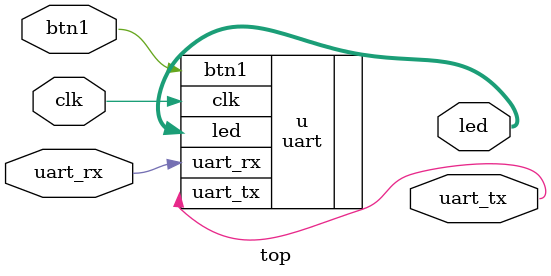
<source format=v>
`default_nettype none


module top
(
    input wire clk,
    
    input uart_rx,
    output uart_tx,
    output reg [5:0] led,
    input btn1
);
    uart u(
        .clk(clk),
        .uart_rx(uart_rx),
        .uart_tx(uart_tx),
        .led(led), // keep in mind i changed this to be inverted
        .btn1(btn1)
    );
    reg testovar;
reg [3:0] counter;

always @(posedge clk) begin
    counter <= counter + 1;
    if (counter == 4'd15) begin
        testovar <= ~testovar;
        counter <= 4'd0;
    end
end



endmodule
</source>
